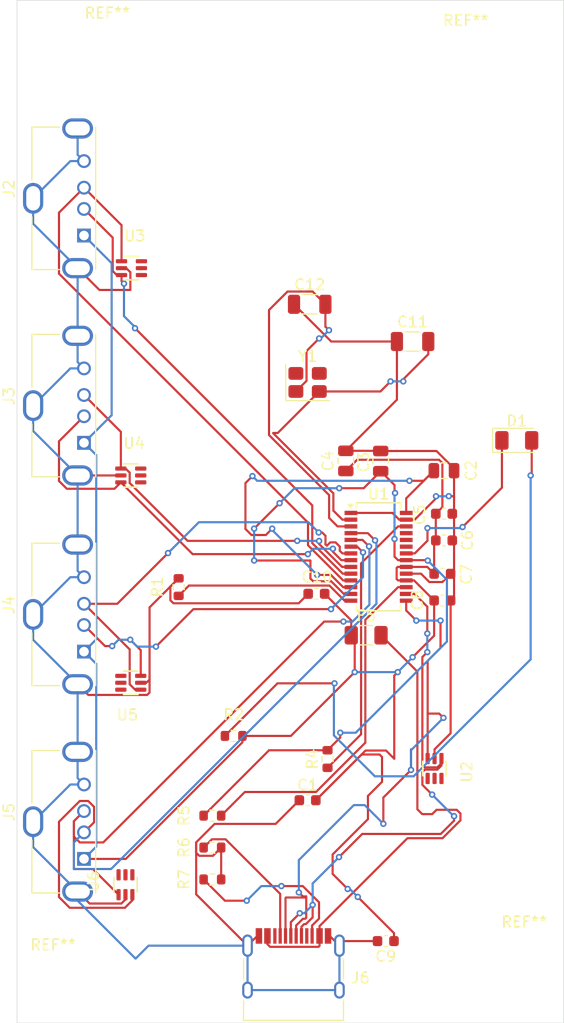
<source format=kicad_pcb>
(kicad_pcb (version 20241229) (generator "pcbnew") (generator_version "9.0")
  (layers (0 "F.Cu" signal) (2 "B.Cu" signal) (13 "F.Paste" user) (15 "B.Paste" user) (5 "F.SilkS" user "F.Silkscreen") (7 "B.SilkS" user "B.Silkscreen") (1 "F.Mask" user) (3 "B.Mask" user) (25 "Edge.Cuts" user))
  (net 0 "")
  (net 1 "GND")
  (net 2 "VBUS")
  (net 3 "Net-(U1-VD18)")
  (net 4 "+3.3V")
  (net 5 "Net-(U1-XOUT)")
  (net 6 "Net-(U1-XIN)")
  (net 7 "Net-(D1-K)")
  (net 8 "Net-(D1-A)")
  (net 9 "Net-(F5-Pad2)")
  (net 10 "USB2_DP")
  (net 11 "USB2_DM")
  (net 12 "USB3_DP")
  (net 13 "USB3_DM")
  (net 14 "USB4_DP")
  (net 15 "USB4_DM")
  (net 16 "USB5_DM")
  (net 17 "USB5_DP")
  (net 18 "USB_UP_DM")
  (net 20 "USB_UP_DP")
  (net 22 "Net-(J6-CC1)")
  (net 23 "Net-(J6-CC2)")
  (net 24 "Net-(U1-REXT)")
  (net 25 "Net-(U1-OVCJ)")
  (net 26 "Net-(U1-~{XRSTJ})")
  (footprint "Resistor_SMD:R_0603_1608Metric" (layer "F.Cu") (at 140.175 101)
    (property "Reference" "R2")
    (property "Value" "330Ω")
  )
  (footprint "MountingHole:MountingHole_3mm" (layer "F.Cu") (at 167.8 35.2)
    (property "Reference" "REF**")
    (property "Value" "MountingHole_3mm")
  )
  (footprint "Capacitor_SMD:C_0603_1608Metric" (layer "F.Cu") (at 159.95634 82.61148)
    (property "Reference" "C6")
    (property "Value" "0.1uF")
  )
  (footprint "diode_maybe:SOT65P210X110-6N" (layer "F.Cu") (at 159.065 104.065 -90)
    (property "Reference" "U2")
    (property "Value" "SMF05CT1G")
  )
  (footprint "Connector_USB:USB_A_Molex_105057_Vertical" (layer "F.Cu") (at 126.1 53.93 90)
    (property "Reference" "J2")
    (property "Value" "USB_A")
  )
  (footprint "Connector_USB:USB_A_Molex_105057_Vertical" (layer "F.Cu") (at 126.1 112.57 90)
    (property "Reference" "J5")
    (property "Value" "USB_A")
  )
  (footprint "Resistor_SMD:R_0603_1608Metric" (layer "F.Cu") (at 138.175 108.5)
    (property "Reference" "R5")
    (property "Value" "10kΩ")
  )
  (footprint "Capacitor_SMD:C_0603_1608Metric" (layer "F.Cu") (at 154.475 120.3 180)
    (property "Reference" "C9")
    (property "Value" "10uF")
  )
  (footprint "Capacitor_SMD:C_0603_1608Metric" (layer "F.Cu") (at 159.8 85.75)
    (property "Reference" "C7")
    (property "Value" "0.1uF")
  )
  (footprint "Capacitor_SMD:C_0603_1608Metric" (layer "F.Cu") (at 147.125 107.05)
    (property "Reference" "C1")
    (property "Value" "0.1uF")
  )
  (footprint "MountingHole:MountingHole_3mm" (layer "F.Cu") (at 167.8 124.6)
    (property "Reference" "REF**")
    (property "Value" "MountingHole_3mm")
  )
  (footprint "Package_SO:SSOP-28_3.9x9.9mm_P0.635mm" (layer "F.Cu") (at 153.8 84.15)
    (property "Reference" "U1")
    (property "Value" "FE1.1s")
  )
  (footprint "MountingHole:MountingHole_3mm" (layer "F.Cu") (at 123.2 124.6)
    (property "Reference" "REF**")
    (property "Value" "MountingHole_3mm")
  )
  (footprint "LED_SMD:LED_1206_3216Metric" (layer "F.Cu") (at 166.8 73.2)
    (property "Reference" "D1")
    (property "Value" "LED")
  )
  (footprint "Crystal:Crystal_SMD_3225-4Pin_3.2x2.5mm" (layer "F.Cu") (at 147.125 67.75)
    (property "Reference" "Y1")
    (property "Value" "12Mhz")
  )
  (footprint "diode_maybe:SOT65P210X110-6N" (layer "F.Cu") (at 130 115 90)
    (property "Reference" "U6")
    (property "Value" "SMF05CT1G")
  )
  (footprint "Capacitor_SMD:C_1206_3216Metric" (layer "F.Cu") (at 157 63.9)
    (property "Reference" "C11")
    (property "Value" "22pF")
  )
  (footprint "Capacitor_SMD:C_0805_2012Metric" (layer "F.Cu") (at 159.95 76.05)
    (property "Reference" "C2")
    (property "Value" "4.7uf")
  )
  (footprint "Resistor_SMD:R_0603_1608Metric" (layer "F.Cu") (at 149 103.175 90)
    (property "Reference" "R4")
    (property "Value" "10kΩ")
  )
  (footprint "Connector_USB:USB_C_Receptacle_HRO_TYPE-C-31-M-12" (layer "F.Cu") (at 145.8 123.86)
    (property "Reference" "J6")
    (property "Value" "USB_C_Receptacle_USB2.0_16P")
  )
  (footprint "diode_maybe:SOT65P210X110-6N" (layer "F.Cu") (at 130.565 57)
    (property "Reference" "U3")
    (property "Value" "SMF05CT1G")
  )
  (footprint "Capacitor_SMD:C_0805_2012Metric" (layer "F.Cu") (at 154 75.15 -90)
    (property "Reference" "C3")
    (property "Value" "10uf")
  )
  (footprint "Capacitor_SMD:C_0603_1608Metric" (layer "F.Cu") (at 159.8 88.26 180)
    (property "Reference" "C8")
    (property "Value" "0.1uF")
  )
  (footprint "Resistor_SMD:R_0603_1608Metric" (layer "F.Cu") (at 135 87 90)
    (property "Reference" "R1")
    (property "Value" "2.7kΩ")
  )
  (footprint "Capacitor_SMD:C_0603_1608Metric" (layer "F.Cu") (at 147.95634 87.63148 180)
    (property "Reference" "C10")
    (property "Value" "0.1 µF")
  )
  (footprint "Resistor_SMD:R_0603_1608Metric" (layer "F.Cu") (at 138.175 114.5)
    (property "Reference" "R7")
    (property "Value" "5.1k")
  )
  (footprint "Connector_USB:USB_A_Molex_105057_Vertical" (layer "F.Cu") (at 126.1 93.07 90)
    (property "Reference" "J4")
    (property "Value" "USB_A")
  )
  (footprint "Connector_USB:USB_A_Molex_105057_Vertical" (layer "F.Cu") (at 126.1 73.43 90)
    (property "Reference" "J3")
    (property "Value" "USB_A")
  )
  (footprint "diode_maybe:SOT65P210X110-6N" (layer "F.Cu") (at 130.5 76.5)
    (property "Reference" "U4")
    (property "Value" "SMF05CT1G")
  )
  (footprint "Capacitor_SMD:C_1206_3216Metric" (layer "F.Cu") (at 147.325 60.4)
    (property "Reference" "C12")
    (property "Value" "22pF")
  )
  (footprint "diode_maybe:SOT65P210X110-6N" (layer "F.Cu") (at 130.5 96 180)
    (property "Reference" "U5")
    (property "Value" "SMF05CT1G")
  )
  (footprint "Capacitor_SMD:C_0603_1608Metric" (layer "F.Cu") (at 159.95634 80.10148 180)
    (property "Reference" "C5")
    (property "Value" "0.1uF")
  )
  (footprint "Fuse:Fuse_1206_3216Metric" (layer "F.Cu") (at 152.63 91.53)
    (property "Reference" "F5")
    (property "Value" "Polyfuse")
  )
  (footprint "MountingHole:MountingHole_3mm" (layer "F.Cu") (at 123.2 35.2)
    (property "Reference" "REF**")
    (property "Value" "MountingHole_3mm")
  )
  (footprint "Resistor_SMD:R_0603_1608Metric" (layer "F.Cu") (at 138.175 111.5)
    (property "Reference" "R6")
    (property "Value" "5.1k")
  )
  (footprint "Capacitor_SMD:C_0805_2012Metric" (layer "F.Cu") (at 150.72134 75.13148 90)
    (property "Reference" "C4")
    (property "Value" "10uF")
  )
  (gr_rect (start 119.8 31.8) (end 171.2 128) (stroke (width 0.05)) (fill no) (layer "Edge.Cuts"))
  (segment (start 155.7425 80.6575) (end 155.1075 80.0225) (width 0.2) (layer "F.Cu") (net 1))
  (segment (start 156.4 85.7375) (end 157.78739 85.7375) (width 0.2) (layer "F.Cu") (net 1))
  (segment (start 132.266 95.4) (end 132.266 95.698999) (width 0.2) (layer "F.Cu") (net 1))
  (segment (start 149.35 63.9) (end 155.525 63.9) (width 0.2) (layer "F.Cu") (net 1))
  (segment (start 150.72134 74.18148) (end 153.98148 74.18148) (width 0.2) (layer "F.Cu") (net 1))
  (segment (start 136.649 111.988064) (end 136.649 111.011936) (width 0.2) (layer "F.Cu") (net 1))
  (segment (start 136.649 111.011936) (end 136.649 115.899) (width 0.2) (layer "F.Cu") (net 1))
  (segment (start 156.4 80.6575) (end 155.7425 80.6575) (width 0.2) (layer "F.Cu") (net 1))
  (segment (start 142.395 119.815) (end 141.48 120.73) (width 0.2) (layer "F.Cu") (net 1))
  (segment (start 132.266 95.698999) (end 131.964999 96) (width 0.2) (layer "F.Cu") (net 1))
  (segment (start 139 111.5) (end 138.224 112.276) (width 0.2) (layer "F.Cu") (net 1))
  (segment (start 134.224 86.951) (end 135 86.175) (width 0.2) (layer "F.Cu") (net 1))
  (segment (start 135 86.175) (end 132.266 88.909) (width 0.2) (layer "F.Cu") (net 1))
  (segment (start 132.035266 97.146) (end 126.506 97.146) (width 0.2) (layer "F.Cu") (net 1))
  (segment (start 160.8 78.45) (end 160.9 78.55) (width 0.2) (layer "F.Cu") (net 1))
  (segment (start 136.649 115.899) (end 141.48 120.73) (width 0.2) (layer "F.Cu") (net 1))
  (segment (start 145.85 60.4) (end 149.35 63.9) (width 0.2) (layer "F.Cu") (net 1))
  (segment (start 142.55 119.815) (end 142.395 119.815) (width 0.2) (layer "F.Cu") (net 1))
  (segment (start 159.201 78.6565) (end 159.201 78.4575) (width 0.2) (layer "F.Cu") (net 1))
  (segment (start 150.72134 74.18148) (end 155.525 69.37782) (width 0.2) (layer "F.Cu") (net 1))
  (segment (start 138.224 112.276) (end 136.936936 112.276) (width 0.2) (layer "F.Cu") (net 1))
  (segment (start 134.511936 88.526) (end 134.224 88.238064) (width 0.2) (layer "F.Cu") (net 1))
  (segment (start 129.565 76.5) (end 125.5 76.5) (width 0.2) (layer "F.Cu") (net 1))
  (segment (start 153.7 120.3) (end 150.55 120.3) (width 0.2) (layer "F.Cu") (net 1))
  (segment (start 130 116.381266) (end 130 115.935) (width 0.2) (layer "F.Cu") (net 1))
  (segment (start 150.55 120.3) (end 150.12 120.73) (width 0.2) (layer "F.Cu") (net 1))
  (segment (start 149.205 119.815) (end 150.12 120.73) (width 0.2) (layer "F.Cu") (net 1))
  (segment (start 156.4 80.6575) (end 157.2 80.6575) (width 0.2) (layer "F.Cu") (net 1))
  (segment (start 132.266 96.915266) (end 132.035266 97.146) (width 0.2) (layer "F.Cu") (net 1))
  (segment (start 129.615266 116.766) (end 130 116.381266) (width 0.2) (layer "F.Cu") (net 1))
  (segment (start 157.2 80.6575) (end 159.201 78.6565) (width 0.2) (layer "F.Cu") (net 1))
  (segment (start 154 74.2) (end 159.25 74.2) (width 0.2) (layer "F.Cu") (net 1))
  (segment (start 127.55 59.05) (end 125.5 57) (width 0.2) (layer "F.Cu") (net 1))
  (segment (start 159.065 103.13) (end 159.065 102.26) (width 0.2) (layer "F.Cu") (net 1))
  (segment (start 159.25 74.2) (end 160.9 75.85) (width 0.2) (layer "F.Cu") (net 1))
  (segment (start 146.28682 88.526) (end 134.511936 88.526) (width 0.2) (layer "F.Cu") (net 1))
  (segment (start 160.401 78.45) (end 160.8 78.45) (width 0.2) (layer "F.Cu") (net 1))
  (segment (start 155.525 69.37782) (end 155.525 63.9) (width 0.2) (layer "F.Cu") (net 1))
  (segment (start 125.5 115.64) (end 126.626 116.766) (width 0.2) (layer "F.Cu") (net 1))
  (segment (start 129.63 57) (end 130.076266 57) (width 0.2) (layer "F.Cu") (net 1))
  (segment (start 160.9 78.55) (end 160.9 87.935) (width 0.2) (layer "F.Cu") (net 1))
  (segment (start 126.626 116.766) (end 129.615266 116.766) (width 0.2) (layer "F.Cu") (net 1))
  (segment (start 158.57589 86.526) (end 159.799 86.526) (width 0.2) (layer "F.Cu") (net 1))
  (segment (start 153.98148 74.18148) (end 154 74.2) (width 0.2) (layer "F.Cu") (net 1))
  (segment (start 132.266 95.4) (end 132.266 96.915266) (width 0.2) (layer "F.Cu") (net 1))
  (segment (start 130.461 57.384734) (end 130.461 59.039) (width 0.2) (layer "F.Cu") (net 1))
  (segment (start 160.575 100.75) (end 160.575 88.26) (width 0.2) (layer "F.Cu") (net 1))
  (segment (start 155.1075 80.0225) (end 151.2 80.0225) (width 0.2) (layer "F.Cu") (net 1))
  (segment (start 131.964999 96) (end 131.435 96) (width 0.2) (layer "F.Cu") (net 1))
  (segment (start 138.384936 109.276) (end 144.124 109.276) (width 0.2) (layer "F.Cu") (net 1))
  (segment (start 139 111.5) (end 139 114.5) (width 0.2) (layer "F.Cu") (net 1))
  (segment (start 130.461 59.039) (end 130.45 59.05) (width 0.2) (layer "F.Cu") (net 1))
  (segment (start 160.9 87.935) (end 160.575 88.26) (width 0.2) (layer "F.Cu") (net 1))
  (segment (start 160.9 76.05) (end 160.9 78.55) (width 0.2) (layer "F.Cu") (net 1))
  (segment (start 130.45 59.05) (end 127.55 59.05) (width 0.2) (layer "F.Cu") (net 1))
  (segment (start 130.076266 57) (end 130.461 57.384734) (width 0.2) (layer "F.Cu") (net 1))
  (segment (start 160.9 75.85) (end 160.9 76.05) (width 0.2) (layer "F.Cu") (net 1))
  (segment (start 149.05 119.815) (end 149.205 119.815) (width 0.2) (layer "F.Cu") (net 1))
  (segment (start 159.065 102.26) (end 160.575 100.75) (width 0.2) (layer "F.Cu") (net 1))
  (segment (start 126.506 97.146) (end 125.5 96.14) (width 0.2) (layer "F.Cu") (net 1))
  (segment (start 157.78739 85.7375) (end 158.57589 86.526) (width 0.2) (layer "F.Cu") (net 1))
  (segment (start 144.124 109.276) (end 146.35 107.05) (width 0.2) (layer "F.Cu") (net 1))
  (segment (start 136.649 111.011936) (end 138.384936 109.276) (width 0.2) (layer "F.Cu") (net 1))
  (segment (start 159.799 86.526) (end 160.575 85.75) (width 0.2) (layer "F.Cu") (net 1))
  (segment (start 136.936936 112.276) (end 136.649 111.988064) (width 0.2) (layer "F.Cu") (net 1))
  (segment (start 134.224 88.238064) (end 134.224 86.951) (width 0.2) (layer "F.Cu") (net 1))
  (segment (start 132.266 88.909) (end 132.266 95.4) (width 0.2) (layer "F.Cu") (net 1))
  (segment (start 147.18134 87.63148) (end 146.28682 88.526) (width 0.2) (layer "F.Cu") (net 1))
  (via (at 160.401 78.45) (size 0.6) (drill 0.3) (layers "F.Cu" "B.Cu") (net 1))
  (via (at 159.201 78.4575) (size 0.6) (drill 0.3) (layers "F.Cu" "B.Cu") (net 1))
  (segment (start 159.201 78.4575) (end 160.3935 78.4575) (width 0.2) (layer "B.Cu") (net 1))
  (segment (start 121.32 89.57) (end 121.32 91.96) (width 0.2) (layer "B.Cu") (net 1))
  (segment (start 121.32 52.82) (end 125.5 57) (width 0.2) (layer "B.Cu") (net 1))
  (segment (start 125.5 57) (end 125.5 63.36) (width 0.2) (layer "B.Cu") (net 1))
  (segment (start 141.48 120.73) (end 141.48 124.91) (width 0.2) (layer "B.Cu") (net 1))
  (segment (start 125.5 43.86) (end 125.5 46.33) (width 0.2) (layer "B.Cu") (net 1))
  (segment (start 125.5 83) (end 125.5 85.47) (width 0.2) (layer "B.Cu") (net 1))
  (segment (start 121.32 111.46) (end 125.5 115.64) (width 0.2) (layer "B.Cu") (net 1))
  (segment (start 121.32 109.07) (end 121.32 111.46) (width 0.2) (layer "B.Cu") (net 1))
  (segment (start 125.5 46.33) (end 126.1 46.93) (width 0.2) (layer "B.Cu") (net 1))
  (segment (start 124.82 105.57) (end 121.32 109.07) (width 0.2) (layer "B.Cu") (net 1))
  (segment (start 125.5 76.5) (end 125.5 83) (width 0.2) (layer "B.Cu") (net 1))
  (segment (start 126.1 66.43) (end 124.82 66.43) (width 0.2) (layer "B.Cu") (net 1))
  (segment (start 121.32 72.32) (end 125.5 76.5) (width 0.2) (layer "B.Cu") (net 1))
  (segment (start 125.5 96.14) (end 125.5 102.5) (width 0.2) (layer "B.Cu") (net 1))
  (segment (start 125.5 65.83) (end 126.1 66.43) (width 0.2) (layer "B.Cu") (net 1))
  (segment (start 124.82 86.07) (end 121.32 89.57) (width 0.2) (layer "B.Cu") (net 1))
  (segment (start 150.12 124.91) (end 150.12 120.73) (width 0.2) (layer "B.Cu") (net 1))
  (segment (start 130.95 121.95) (end 132.17 120.73) (width 0.2) (layer "B.Cu") (net 1))
  (segment (start 126.1 105.57) (end 124.82 105.57) (width 0.2) (layer "B.Cu") (net 1))
  (segment (start 125.5 116.5) (end 130.95 121.95) (width 0.2) (layer "B.Cu") (net 1))
  (segment (start 124.82 66.43) (end 121.32 69.93) (width 0.2) (layer "B.Cu") (net 1))
  (segment (start 126.1 46.93) (end 124.82 46.93) (width 0.2) (layer "B.Cu") (net 1))
  (segment (start 124.82 46.93) (end 121.32 50.43) (width 0.2) (layer "B.Cu") (net 1))
  (segment (start 121.32 50.43) (end 121.32 52.82) (width 0.2) (layer "B.Cu") (net 1))
  (segment (start 121.32 91.96) (end 125.5 96.14) (width 0.2) (layer "B.Cu") (net 1))
  (segment (start 141.48 124.91) (end 150.12 124.91) (width 0.2) (layer "B.Cu") (net 1))
  (segment (start 132.17 120.73) (end 141.48 120.73) (width 0.2) (layer "B.Cu") (net 1))
  (segment (start 125.5 85.47) (end 126.1 86.07) (width 0.2) (layer "B.Cu") (net 1))
  (segment (start 125.5 104.97) (end 126.1 105.57) (width 0.2) (layer "B.Cu") (net 1))
  (segment (start 121.32 69.93) (end 121.32 72.32) (width 0.2) (layer "B.Cu") (net 1))
  (segment (start 125.5 63.36) (end 125.5 65.83) (width 0.2) (layer "B.Cu") (net 1))
  (segment (start 125.5 102.5) (end 125.5 104.97) (width 0.2) (layer "B.Cu") (net 1))
  (segment (start 125.5 115.64) (end 125.5 116.5) (width 0.2) (layer "B.Cu") (net 1))
  (segment (start 160.3935 78.4575) (end 160.401 78.45) (width 0.2) (layer "B.Cu") (net 1))
  (segment (start 126.1 86.07) (end 124.82 86.07) (width 0.2) (layer "B.Cu") (net 1))
  (segment (start 159.025 85.75) (end 159.025 82.76782) (width 0.2) (layer "F.Cu") (net 2))
  (segment (start 155.633 86.3725) (end 155.499 86.2385) (width 0.2) (layer "F.Cu") (net 2))
  (segment (start 141 101.6) (end 141 101) (width 0.2) (layer "F.Cu") (net 2))
  (segment (start 152.576 102.374) (end 147.9 107.05) (width 0.2) (layer "F.Cu") (net 2))
  (segment (start 151.556 95) (end 145.556 101) (width 0.2) (layer "F.Cu") (net 2))
  (segment (start 155.499 85.2035) (end 155.6 85.1025) (width 0.2) (layer "F.Cu") (net 2))
  (segment (start 157 93.6) (end 159.025 91.575) (width 0.2) (layer "F.Cu") (net 2))
  (segment (start 156.4 85.1025) (end 158.3775 85.1025) (width 0.2) (layer "F.Cu") (net 2))
  (segment (start 158.3775 85.1025) (end 159.025 85.75) (width 0.2) (layer "F.Cu") (net 2))
  (segment (start 151.556 91.856) (end 151.556 95) (width 0.2) (layer "F.Cu") (net 2))
  (segment (start 154.126 105.3191) (end 152.8 106.6451) (width 0.2) (layer "F.Cu") (net 2))
  (segment (start 159.18134 82.61148) (end 159.18134 80.10148) (width 0.2) (layer "F.Cu") (net 2))
  (segment (start 152.8 108.830057) (end 149.479 112.151057) (width 0.2) (layer "F.Cu") (net 2))
  (segment (start 155.25 119.55) (end 155.25 120.3) (width 0.2) (layer "F.Cu") (net 2))
  (segment (start 157.1375 86.3725) (end 156.4 86.3725) (width 0.2) (layer "F.Cu") (net 2))
  (segment (start 152.8 106.6451) (end 152.8 108.830057) (width 0.2) (layer "F.Cu") (net 2))
  (segment (start 154.499 102.374) (end 152.576 102.374) (width 0.2) (layer "F.Cu") (net 2))
  (segment (start 159.025 91.575) (end 159.025 88.26) (width 0.2) (layer "F.Cu") (net 2))
  (segment (start 155.275 103.15) (end 154.499 102.374) (width 0.2) (layer "F.Cu") (net 2))
  (segment (start 159.801 79.48182) (end 159.801 75.33984) (width 0.2) (layer "F.Cu") (net 2))
  (segment (start 159.025 82.76782) (end 159.18134 82.61148) (width 0.2) (layer "F.Cu") (net 2))
  (segment (start 159.48516 75.024) (end 151.77882 75.024) (width 0.2) (layer "F.Cu") (net 2))
  (segment (start 156.4 86.3725) (end 155.633 86.3725) (width 0.2) (layer "F.Cu") (net 2))
  (segment (start 151.23 91.53) (end 151.23 90.13014) (width 0.2) (layer "F.Cu") (net 2))
  (segment (start 154.126 102.9839) (end 154.126 105.3191) (width 0.2) (layer "F.Cu") (net 2))
  (segment (start 159.025 88.26) (end 157.1375 86.3725) (width 0.2) (layer "F.Cu") (net 2))
  (segment (start 151.23 91.53) (end 151.556 91.856) (width 0.2) (layer "F.Cu") (net 2))
  (segment (start 147.9 107.05) (end 152.201 102.749) (width 0.2) (layer "F.Cu") (net 2))
  (segment (start 155.6 85.1025) (end 156.4 85.1025) (width 0.2) (layer "F.Cu") (net 2))
  (segment (start 159.801 75.33984) (end 159.48516 75.024) (width 0.2) (layer "F.Cu") (net 2))
  (segment (start 130.03 112.57) (end 141 101.6) (width 0.2) (layer "F.Cu") (net 2))
  (segment (start 151.23 90.13014) (end 148.73134 87.63148) (width 0.2) (layer "F.Cu") (net 2))
  (segment (start 159.18134 80.10148) (end 159.801 79.48182) (width 0.2) (layer "F.Cu") (net 2))
  (segment (start 153.8911 102.749) (end 154.126 102.9839) (width 0.2) (layer "F.Cu") (net 2))
  (segment (start 149.479 112.151057) (end 149.479 113.979) (width 0.2) (layer "F.Cu") (net 2))
  (segment (start 155.499 86.2385) (end 155.499 85.2035) (width 0.2) (layer "F.Cu") (net 2))
  (segment (start 145.556 101) (end 141 101) (width 0.2) (layer "F.Cu") (net 2))
  (segment (start 151.77882 75.024) (end 150.72134 76.08148) (width 0.2) (layer "F.Cu") (net 2))
  (segment (start 155.275 95.325) (end 155.275 103.15) (width 0.2) (layer "F.Cu") (net 2))
  (segment (start 126.1 112.57) (end 130.03 112.57) (width 0.2) (layer "F.Cu") (net 2))
  (segment (start 155.6 95) (end 155.275 95.325) (width 0.2) (layer "F.Cu") (net 2))
  (segment (start 152.201 102.749) (end 153.8911 102.749) (width 0.2) (layer "F.Cu") (net 2))
  (segment (start 151.844265 116.144265) (end 155.25 119.55) (width 0.2) (layer "F.Cu") (net 2))
  (segment (start 149.479 113.979) (end 150.895735 115.395735) (width 0.2) (layer "F.Cu") (net 2))
  (via (at 151.844265 116.144265) (size 0.6) (drill 0.3) (layers "F.Cu" "B.Cu") (net 2))
  (via (at 155.6 95) (size 0.6) (drill 0.3) (layers "F.Cu" "B.Cu") (net 2))
  (via (at 150.895735 115.395735) (size 0.6) (drill 0.3) (layers "F.Cu" "B.Cu") (net 2))
  (via (at 151.556 95) (size 0.6) (drill 0.3) (layers "F.Cu" "B.Cu") (net 2))
  (via (at 157 93.6) (size 0.6) (drill 0.3) (layers "F.Cu" "B.Cu") (net 2))
  (segment (start 127.251 74.581) (end 126.1 73.43) (width 0.2) (layer "B.Cu") (net 2))
  (segment (start 126.1 112.57) (end 127.251 111.419) (width 0.2) (layer "B.Cu") (net 2))
  (segment (start 155.6 95) (end 157 93.6) (width 0.2) (layer "B.Cu") (net 2))
  (segment (start 127.251 91.919) (end 127.251 74.581) (width 0.2) (layer "B.Cu") (net 2))
  (segment (start 151.556 95) (end 155.6 95) (width 0.2) (layer "B.Cu") (net 2))
  (segment (start 127.251 111.419) (end 127.251 94.221) (width 0.2) (layer "B.Cu") (net 2))
  (segment (start 126.1 73.43) (end 128.7 70.83) (width 0.2) (layer "B.Cu") (net 2))
  (segment (start 127.251 94.221) (end 126.1 93.07) (width 0.2) (layer "B.Cu") (net 2))
  (segment (start 150.895735 115.395735) (end 151.095735 115.395735) (width 0.2) (layer "B.Cu") (net 2))
  (segment (start 151.095735 115.395735) (end 151.844265 116.144265) (width 0.2) (layer "B.Cu") (net 2))
  (segment (start 128.7 56.53) (end 126.1 53.93) (width 0.2) (layer "B.Cu") (net 2))
  (segment (start 128.7 70.83) (end 128.7 56.53) (width 0.2) (layer "B.Cu") (net 2))
  (segment (start 126.1 93.07) (end 127.251 91.919) (width 0.2) (layer "B.Cu") (net 2))
  (segment (start 150.46667 87.0075) (end 149.31365 85.85448) (width 0.2) (layer "F.Cu") (net 3))
  (segment (start 151.2 87.0075) (end 150.46667 87.0075) (width 0.2) (layer "F.Cu") (net 3))
  (segment (start 141.281859 77.218141) (end 141.941145 76.558855) (width 0.2) (layer "F.Cu") (net 3))
  (segment (start 158.05 77) (end 159 76.05) (width 0.2) (layer "F.Cu") (net 3))
  (segment (start 156.4 80.0225) (end 156.4 78.65) (width 0.2) (layer "F.Cu") (net 3))
  (segment (start 141.851057 82.101) (end 141.281859 81.531802) (width 0.2) (layer "F.Cu") (net 3))
  (segment (start 149.31365 85.85448) (end 148.020432 85.85448) (width 0.2) (layer "F.Cu") (net 3))
  (segment (start 156.7 77) (end 158.05 77) (width 0.2) (layer "F.Cu") (net 3))
  (segment (start 143.199 82.101) (end 141.851057 82.101) (width 0.2) (layer "F.Cu") (net 3))
  (segment (start 141.281859 81.531802) (end 141.281859 77.218141) (width 0.2) (layer "F.Cu") (net 3))
  (segment (start 143.8 81.5) (end 143.199 82.101) (width 0.2) (layer "F.Cu") (net 3))
  (segment (start 156.4 78.65) (end 159 76.05) (width 0.2) (layer "F.Cu") (net 3))
  (via (at 156.7 77) (size 0.6) (drill 0.3) (layers "F.Cu" "B.Cu") (net 3))
  (via (at 143.8 81.5) (size 0.6) (drill 0.3) (layers "F.Cu" "B.Cu") (net 3))
  (via (at 148.020432 85.85448) (size 0.6) (drill 0.3) (layers "F.Cu" "B.Cu") (net 3))
  (via (at 141.941145 76.558855) (size 0.6) (drill 0.3) (layers "F.Cu" "B.Cu") (net 3))
  (segment (start 142.38229 77) (end 156.7 77) (width 0.2) (layer "B.Cu") (net 3))
  (segment (start 141.941145 76.558855) (end 142.38229 77) (width 0.2) (layer "B.Cu") (net 3))
  (segment (start 143.8 81.634048) (end 143.8 81.5) (width 0.2) (layer "B.Cu") (net 3))
  (segment (start 148.020432 85.85448) (end 143.8 81.634048) (width 0.2) (layer "B.Cu") (net 3))
  (segment (start 147.392335 84.500265) (end 147.392335 86.192335) (width 0.2) (layer "F.Cu") (net 4))
  (segment (start 149.34655 86.45448) (end 150.53457 87.6425) (width 0.2) (layer "F.Cu") (net 4))
  (segment (start 155.3 78.1) (end 155.3 77.4) (width 0.2) (layer "F.Cu") (net 4))
  (segment (start 156.4 84.4675) (end 155.633 84.4675) (width 0.2) (layer "F.Cu") (net 4))
  (segment (start 137.35 108.5) (end 143.5 102.35) (width 0.2) (layer "F.Cu") (net 4))
  (segment (start 156.4 84.4675) (end 158.388118 84.4675) (width 0.2) (layer "F.Cu") (net 4))
  (segment (start 147.392335 86.192335) (end 147.65448 86.45448) (width 0.2) (layer "F.Cu") (net 4))
  (segment (start 143.5 102.35) (end 149 102.35) (width 0.2) (layer "F.Cu") (net 4))
  (segment (start 155.3 77.4) (end 154 76.1) (width 0.2) (layer "F.Cu") (net 4))
  (segment (start 155.35 78.15) (end 155.3 78.1) (width 0.2) (layer "F.Cu") (net 4))
  (segment (start 150.1 77.7) (end 152.4 77.7) (width 0.2) (layer "F.Cu") (net 4))
  (segment (start 142.1 84.500265) (end 147.392335 84.500265) (width 0.2) (layer "F.Cu") (net 4))
  (segment (start 155.300001 84.134501) (end 155.300001 82.474028) (width 0.2) (layer "F.Cu") (net 4))
  (segment (start 150.53457 87.6425) (end 151.2 87.6425) (width 0.2) (layer "F.Cu") (net 4))
  (segment (start 142.1 81.5) (end 144.581859 79.018141) (width 0.2) (layer "F.Cu") (net 4))
  (segment (start 144.581859 79.018141) (end 144.491144 79.108856) (width 0.2) (layer "F.Cu") (net 4))
  (segment (start 150.2 101.15) (end 149 102.35) (width 0.2) (layer "F.Cu") (net 4))
  (segment (start 152.4 77.7) (end 154 76.1) (width 0.2) (layer "F.Cu") (net 4))
  (segment (start 155.633 84.4675) (end 155.300001 84.134501) (width 0.2) (layer "F.Cu") (net 4))
  (segment (start 158.388118 84.4675) (end 158.425001 84.504383) (width 0.2) (layer "F.Cu") (net 4))
  (segment (start 150.2 100.7) (end 150.2 101.15) (width 0.2) (layer "F.Cu") (net 4))
  (segment (start 147.65448 86.45448) (end 149.34655 86.45448) (width 0.2) (layer "F.Cu") (net 4))
  (via (at 158.425001 84.504383) (size 0.6) (drill 0.3) (layers "F.Cu" "B.Cu") (net 4))
  (via (at 150.2 100.7) (size 0.6) (drill 0.3) (layers "F.Cu" "B.Cu") (net 4))
  (via (at 142.1 81.5) (size 0.6) (drill 0.3) (layers "F.Cu" "B.Cu") (net 4))
  (via (at 150.1 77.7) (size 0.6) (drill 0.3) (layers "F.Cu" "B.Cu") (net 4))
  (via (at 142.1 84.500265) (size 0.6) (drill 0.3) (layers "F.Cu" "B.Cu") (net 4))
  (via (at 144.491144 79.108856) (size 0.6) (drill 0.3) (layers "F.Cu" "B.Cu") (net 4))
  (via (at 155.300001 82.474028) (size 0.6) (drill 0.3) (layers "F.Cu" "B.Cu") (net 4))
  (via (at 155.35 78.15) (size 0.6) (drill 0.3) (layers "F.Cu" "B.Cu") (net 4))
  (segment (start 155.300001 78.199999) (end 155.35 78.15) (width 0.2) (layer "B.Cu") (net 4))
  (segment (start 151.649943 100.7) (end 150.2 100.7) (width 0.2) (layer "B.Cu") (net 4))
  (segment (start 160.226 86.305382) (end 160.226 92.123943) (width 0.2) (layer "B.Cu") (net 4))
  (segment (start 158.425001 84.504383) (end 160.226 86.305382) (width 0.2) (layer "B.Cu") (net 4))
  (segment (start 160.226 92.123943) (end 151.649943 100.7) (width 0.2) (layer "B.Cu") (net 4))
  (segment (start 155.300001 82.474028) (end 155.300001 78.199999) (width 0.2) (layer "B.Cu") (net 4))
  (segment (start 144.491144 79.108856) (end 145.9 77.7) (width 0.2) (layer "B.Cu") (net 4))
  (segment (start 145.9 77.7) (end 150.1 77.7) (width 0.2) (layer "B.Cu") (net 4))
  (segment (start 142.1 84.500265) (end 142.1 81.5) (width 0.2) (layer "B.Cu") (net 4))
  (segment (start 148.225 68.6) (end 153.975 68.6) (width 0.2) (layer "F.Cu") (net 5))
  (segment (start 144.325 72.5) (end 148.225 68.6) (width 0.2) (layer "F.Cu") (net 5))
  (segment (start 143.901 72.5339) (end 143.901 72.5) (width 0.2) (layer "F.Cu") (net 5))
  (segment (start 158.475 65.1) (end 158.475 63.9) (width 0.2) (layer "F.Cu") (net 5))
  (segment (start 150.4 80.6575) (end 149.551 79.8085) (width 0.2) (layer "F.Cu") (net 5))
  (segment (start 156.125 67.65) (end 156.125 67.45) (width 0.2) (layer "F.Cu") (net 5))
  (segment (start 151.2 80.6575) (end 150.4 80.6575) (width 0.2) (layer "F.Cu") (net 5))
  (segment (start 149.551 78.1839) (end 143.901 72.5339) (width 0.2) (layer "F.Cu") (net 5))
  (segment (start 153.975 68.6) (end 154.925 67.65) (width 0.2) (layer "F.Cu") (net 5))
  (segment (start 149.551 79.8085) (end 149.551 78.1839) (width 0.2) (layer "F.Cu") (net 5))
  (segment (start 156.125 67.45) (end 158.475 65.1) (width 0.2) (layer "F.Cu") (net 5))
  (segment (start 143.901 72.5) (end 144.325 72.5) (width 0.2) (layer "F.Cu") (net 5))
  (via (at 156.125 67.65) (size 0.6) (drill 0.3) (layers "F.Cu" "B.Cu") (net 5))
  (via (at 154.925 67.65) (size 0.6) (drill 0.3) (layers "F.Cu" "B.Cu") (net 5))
  (segment (start 154.925 67.65) (end 156.125 67.65) (width 0.2) (layer "B.Cu") (net 5))
  (segment (start 147.026 67.599) (end 147.026 64.799) (width 0.2) (layer "F.Cu") (net 6))
  (segment (start 147.026 64.799) (end 148.213235 63.611765) (width 0.2) (layer "F.Cu") (net 6))
  (segment (start 145.2359 59.199) (end 147.599 59.199) (width 0.2) (layer "F.Cu") (net 6))
  (segment (start 146.025 68.6) (end 147.026 67.599) (width 0.2) (layer "F.Cu") (net 6))
  (segment (start 149.15 80.5) (end 149.9425 81.2925) (width 0.2) (layer "F.Cu") (net 6))
  (segment (start 143.5 72.7) (end 149.15 78.35) (width 0.2) (layer "F.Cu") (net 6))
  (segment (start 143.5 60.9349) (end 145.2359 59.199) (width 0.2) (layer "F.Cu") (net 6))
  (segment (start 148.8 62.50147) (end 148.8 60.4) (width 0.2) (layer "F.Cu") (net 6))
  (segment (start 149.9425 81.2925) (end 151.2 81.2925) (width 0.2) (layer "F.Cu") (net 6))
  (segment (start 149.136765 62.838235) (end 148.8 62.50147) (width 0.2) (layer "F.Cu") (net 6))
  (segment (start 149.15 78.35) (end 149.15 80.5) (width 0.2) (layer "F.Cu") (net 6))
  (segment (start 147.599 59.199) (end 148.8 60.4) (width 0.2) (layer "F.Cu") (net 6))
  (segment (start 143.5 72.7) (end 143.5 60.9349) (width 0.2) (layer "F.Cu") (net 6))
  (via (at 149.136765 62.838235) (size 0.6) (drill 0.3) (layers "F.Cu" "B.Cu") (net 6))
  (via (at 148.213235 63.611765) (size 0.6) (drill 0.3) (layers "F.Cu" "B.Cu") (net 6))
  (segment (start 148.363235 63.611765) (end 149.136765 62.838235) (width 0.2) (layer "B.Cu") (net 6))
  (segment (start 148.213235 63.611765) (end 148.363235 63.611765) (width 0.2) (layer "B.Cu") (net 6))
  (segment (start 161.7 81.35) (end 165.4 77.65) (width 0.2) (layer "F.Cu") (net 7))
  (segment (start 165.4 77.65) (end 165.4 73.2) (width 0.2) (layer "F.Cu") (net 7))
  (segment (start 156.4 83.8325) (end 157.2 83.8325) (width 0.2) (layer "F.Cu") (net 7))
  (segment (start 157.2 83.8325) (end 158.4 82.6325) (width 0.2) (layer "F.Cu") (net 7))
  (segment (start 158.4 82.6325) (end 158.4 81.45) (width 0.2) (layer "F.Cu") (net 7))
  (via (at 161.7 81.35) (size 0.6) (drill 0.3) (layers "F.Cu" "B.Cu") (net 7))
  (via (at 158.4 81.45) (size 0.6) (drill 0.3) (layers "F.Cu" "B.Cu") (net 7))
  (segment (start 161.6 81.45) (end 161.7 81.35) (width 0.2) (layer "B.Cu") (net 7))
  (segment (start 158.4 81.45) (end 161.6 81.45) (width 0.2) (layer "B.Cu") (net 7))
  (segment (start 168.1 76.5) (end 168.2 76.4) (width 0.2) (layer "F.Cu") (net 8))
  (segment (start 139.35 101) (end 144.296265 96.053735) (width 0.2) (layer "F.Cu") (net 8))
  (segment (start 168.2 76.4) (end 168.2 73.2) (width 0.2) (layer "F.Cu") (net 8))
  (segment (start 144.296265 96.053735) (end 149.653735 96.053735) (width 0.2) (layer "F.Cu") (net 8))
  (via (at 149.653735 96.053735) (size 0.6) (drill 0.3) (layers "F.Cu" "B.Cu") (net 8))
  (via (at 168.1 76.5) (size 0.6) (drill 0.3) (layers "F.Cu" "B.Cu") (net 8))
  (segment (start 168.1 93.799943) (end 168.1 76.5) (width 0.2) (layer "B.Cu") (net 8))
  (segment (start 157.098943 104.801) (end 168.1 93.799943) (width 0.2) (layer "B.Cu") (net 8))
  (segment (start 149.599 100.948943) (end 153.451057 104.801) (width 0.2) (layer "B.Cu") (net 8))
  (segment (start 153.451057 104.801) (end 157.098943 104.801) (width 0.2) (layer "B.Cu") (net 8))
  (segment (start 149.599 96.10847) (end 149.599 100.948943) (width 0.2) (layer "B.Cu") (net 8))
  (segment (start 149.653735 96.053735) (end 149.599 96.10847) (width 0.2) (layer "B.Cu") (net 8))
  (segment (start 161.501 108.938885) (end 161.501 108.301057) (width 0.2) (layer "F.Cu") (net 9))
  (segment (start 159.248886 107.949) (end 158.841886 108.356) (width 0.2) (layer "F.Cu") (net 9))
  (segment (start 156.518 110.622) (end 159.817885 110.622) (width 0.2) (layer "F.Cu") (net 9))
  (segment (start 158.841886 108.356) (end 157.906 108.356) (width 0.2) (layer "F.Cu") (net 9))
  (segment (start 148.25 118.89) (end 156.518 110.622) (width 0.2) (layer "F.Cu") (net 9))
  (segment (start 159.817885 110.622) (end 161.501 108.938885) (width 0.2) (layer "F.Cu") (net 9))
  (segment (start 148.25 119.815) (end 148.25 118.89) (width 0.2) (layer "F.Cu") (net 9))
  (segment (start 143.35 120.592) (end 143.599 120.841) (width 0.2) (layer "F.Cu") (net 9))
  (segment (start 161.501 108.301057) (end 161.148943 107.949) (width 0.2) (layer "F.Cu") (net 9))
  (segment (start 143.35 119.815) (end 143.35 120.592) (width 0.2) (layer "F.Cu") (net 9))
  (segment (start 154.03 91.53) (end 157.45 94.95) (width 0.2) (layer "F.Cu") (net 9))
  (segment (start 148.25 120.74) (end 148.25 119.815) (width 0.2) (layer "F.Cu") (net 9))
  (segment (start 148.149 120.841) (end 148.25 120.74) (width 0.2) (layer "F.Cu") (net 9))
  (segment (start 161.148943 107.949) (end 159.248886 107.949) (width 0.2) (layer "F.Cu") (net 9))
  (segment (start 143.599 120.841) (end 148.149 120.841) (width 0.2) (layer "F.Cu") (net 9))
  (segment (start 157.45 94.95) (end 157.45 107.9) (width 0.2) (layer "F.Cu") (net 9))
  (segment (start 157.906 108.356) (end 157.45 107.9) (width 0.2) (layer "F.Cu") (net 9))
  (segment (start 126.1 49.43) (end 129.63 52.96) (width 0.2) (layer "F.Cu") (net 10))
  (segment (start 147.165409 83.065409) (end 147.165409 80.934591) (width 0.2) (layer "F.Cu") (net 10))
  (segment (start 123.749 57.518181) (end 123.749 51.781) (width 0.2) (layer "F.Cu") (net 10))
  (segment (start 129.63 52.96) (end 129.63 56.35) (width 0.2) (layer "F.Cu") (net 10))
  (segment (start 151.2 86.3725) (end 150.4725 86.3725) (width 0.2) (layer "F.Cu") (net 10))
  (segment (start 147.165409 80.934591) (end 123.749 57.518181) (width 0.2) (layer "F.Cu") (net 10))
  (segment (start 150.4725 86.3725) (end 147.165409 83.065409) (width 0.2) (layer "F.Cu") (net 10))
  (segment (start 123.749 51.781) (end 126.1 49.43) (width 0.2) (layer "F.Cu") (net 10))
  (segment (start 126.1 51.43) (end 128.799 54.129) (width 0.2) (layer "F.Cu") (net 11))
  (segment (start 128.799 57.265266) (end 129.183734 57.65) (width 0.2) (layer "F.Cu") (net 11))
  (segment (start 150.433 85.7375) (end 147.566409 82.870909) (width 0.2) (layer "F.Cu") (net 11))
  (segment (start 128.799 54.129) (end 128.799 57.265266) (width 0.2) (layer "F.Cu") (net 11))
  (segment (start 129.63 57.65) (end 129.63 58.219) (width 0.2) (layer "F.Cu") (net 11))
  (segment (start 147.566409 79.316409) (end 130.9 62.65) (width 0.2) (layer "F.Cu") (net 11))
  (segment (start 129.63 58.219) (end 129.861 58.45) (width 0.2) (layer "F.Cu") (net 11))
  (segment (start 129.183734 57.65) (end 129.63 57.65) (width 0.2) (layer "F.Cu") (net 11))
  (segment (start 147.566409 82.870909) (end 147.566409 79.316409) (width 0.2) (layer "F.Cu") (net 11))
  (segment (start 151.2 85.7375) (end 150.433 85.7375) (width 0.2) (layer "F.Cu") (net 11))
  (via (at 129.861 58.45) (size 0.6) (drill 0.3) (layers "F.Cu" "B.Cu") (net 11))
  (via (at 130.9 62.65) (size 0.6) (drill 0.3) (layers "F.Cu" "B.Cu") (net 11))
  (segment (start 130.9 62.65) (end 130.9 62.55) (width 0.2) (layer "B.Cu") (net 11))
  (segment (start 130.9 62.55) (end 129.861 61.511) (width 0.2) (layer "B.Cu") (net 11))
  (segment (start 129.861 61.511) (end 129.861 58.45) (width 0.2) (layer "B.Cu") (net 11))
  (segment (start 151.2 85.1025) (end 150.3651 85.1025) (width 0.2) (layer "F.Cu") (net 12))
  (segment (start 130.011266 75.85) (end 129.565 75.85) (width 0.2) (layer "F.Cu") (net 12))
  (segment (start 130.396 77.207266) (end 130.396 76.234734) (width 0.2) (layer "F.Cu") (net 12))
  (segment (start 130.396 76.234734) (end 130.011266 75.85) (width 0.2) (layer "F.Cu") (net 12))
  (segment (start 148.207624 82.945024) (end 148.207624 82.663594) (width 0.2) (layer "F.Cu") (net 12))
  (segment (start 129.565 72.395) (end 126.1 68.93) (width 0.2) (layer "F.Cu") (net 12))
  (segment (start 146.15 82.65) (end 135.838734 82.65) (width 0.2) (layer "F.Cu") (net 12))
  (segment (start 129.565 75.85) (end 129.565 72.395) (width 0.2) (layer "F.Cu") (net 12))
  (segment (start 135.838734 82.65) (end 130.396 77.207266) (width 0.2) (layer "F.Cu") (net 12))
  (segment (start 150.3651 85.1025) (end 148.207624 82.945024) (width 0.2) (layer "F.Cu") (net 12))
  (via (at 146.15 82.65) (size 0.6) (drill 0.3) (layers "F.Cu" "B.Cu") (net 12))
  (via (at 148.207624 82.663594) (size 0.6) (drill 0.3) (layers "F.Cu" "B.Cu") (net 12))
  (segment (start 148.19403 82.65) (end 146.15 82.65) (width 0.2) (layer "B.Cu") (net 12))
  (segment (start 148.207624 82.663594) (end 148.19403 82.65) (width 0.2) (layer "B.Cu") (net 12))
  (segment (start 149.505565 83.675865) (end 150.2972 84.4675) (width 0.2) (layer "F.Cu") (net 13))
  (segment (start 123.749 73.281) (end 126.1 70.93) (width 0.2) (layer "F.Cu") (net 13))
  (segment (start 128.964 77.751) (end 124.481819 77.751) (width 0.2) (layer "F.Cu") (net 13))
  (segment (start 129.565 77.15) (end 136.314265 83.899265) (width 0.2) (layer "F.Cu") (net 13))
  (segment (start 123.749 77.018181) (end 123.749 73.281) (width 0.2) (layer "F.Cu") (net 13))
  (segment (start 150.2972 84.4675) (end 151.2 84.4675) (width 0.2) (layer "F.Cu") (net 13))
  (segment (start 124.481819 77.751) (end 123.749 77.018181) (width 0.2) (layer "F.Cu") (net 13))
  (segment (start 149.505565 83.394435) (end 149.505565 83.675865) (width 0.2) (layer "F.Cu") (net 13))
  (segment (start 136.314265 83.899265) (end 147.150735 83.899265) (width 0.2) (layer "F.Cu") (net 13))
  (segment (start 129.565 77.15) (end 128.964 77.751) (width 0.2) (layer "F.Cu") (net 13))
  (via (at 149.505565 83.394435) (size 0.6) (drill 0.3) (layers "F.Cu" "B.Cu") (net 13))
  (via (at 147.150735 83.899265) (size 0.6) (drill 0.3) (layers "F.Cu" "B.Cu") (net 13))
  (segment (start 147.655565 83.394435) (end 149.505565 83.394435) (width 0.2) (layer "B.Cu") (net 13))
  (segment (start 147.150735 83.899265) (end 147.655565 83.394435) (width 0.2) (layer "B.Cu") (net 13))
  (segment (start 148.808624 82.912537) (end 148.808624 82.173278) (width 0.2) (layer "F.Cu") (net 14))
  (segment (start 130.396 96.140999) (end 130.905001 96.65) (width 0.2) (layer "F.Cu") (net 14))
  (segment (start 134 83.8) (end 129.23 88.57) (width 0.2) (layer "F.Cu") (net 14))
  (segment (start 150.4 83.8325) (end 150.15 83.5825) (width 0.2) (layer "F.Cu") (net 14))
  (segment (start 130.905001 96.65) (end 131.435 96.65) (width 0.2) (layer "F.Cu") (net 14))
  (segment (start 151.2 83.8325) (end 150.4 83.8325) (width 0.2) (layer "F.Cu") (net 14))
  (segment (start 149.256622 82.793435) (end 149.754508 82.793435) (width 0.2) (layer "F.Cu") (net 14))
  (segment (start 148.939879 83.110179) (end 148.8 82.9703) (width 0.2) (layer "F.Cu") (net 14))
  (segment (start 126.1 88.57) (end 130.396 92.866) (width 0.2) (layer "F.Cu") (net 14))
  (segment (start 149.754508 82.793435) (end 150.15 83.188927) (width 0.2) (layer "F.Cu") (net 14))
  (segment (start 148.8 82.9703) (end 148.8 82.921161) (width 0.2) (layer "F.Cu") (net 14))
  (segment (start 148.5 81.864654) (end 148.166409 81.864654) (width 0.2) (layer "F.Cu") (net 14))
  (segment (start 148.8 82.921161) (end 148.808624 82.912537) (width 0.2) (layer "F.Cu") (net 14))
  (segment (start 150.15 83.188927) (end 150.15 83.5825) (width 0.2) (layer "F.Cu") (net 14))
  (segment (start 130.396 92.866) (end 130.396 96.140999) (width 0.2) (layer "F.Cu") (net 14))
  (segment (start 148.808624 82.173278) (end 148.5 81.864654) (width 0.2) (layer "F.Cu") (net 14))
  (segment (start 148.939879 83.110179) (end 149.256622 82.793435) (width 0.2) (layer "F.Cu") (net 14))
  (segment (start 129.23 88.57) (end 126.1 88.57) (width 0.2) (layer "F.Cu") (net 14))
  (via (at 134 83.8) (size 0.6) (drill 0.3) (layers "F.Cu" "B.Cu") (net 14))
  (via (at 148.166409 81.864654) (size 0.6) (drill 0.3) (layers "F.Cu" "B.Cu") (net 14))
  (segment (start 147.201755 80.9) (end 148.166409 81.864654) (width 0.2) (layer "B.Cu") (net 14))
  (segment (start 134 83.8) (end 136.9 80.9) (width 0.2) (layer "B.Cu") (net 14))
  (segment (start 136.9 80.9) (end 147.201755 80.9) (width 0.2) (layer "B.Cu") (net 14))
  (segment (start 128.08 92.55) (end 126.1 90.57) (width 0.2) (layer "F.Cu") (net 15))
  (segment (start 151.2 83.1975) (end 151.7975 83.1975) (width 0.2) (layer "F.Cu") (net 15))
  (segment (start 128.75 92.55) (end 128.08 92.55) (width 0.2) (layer "F.Cu") (net 15))
  (segment (start 131.435 92.935) (end 130.45 91.95) (width 0.2) (layer "F.Cu") (net 15))
  (segment (start 151.7975 83.1975) (end 152.338485 83.738485) (width 0.2) (layer "F.Cu") (net 15))
  (segment (start 131.435 95.35) (end 131.435 92.935) (width 0.2) (layer "F.Cu") (net 15))
  (segment (start 136.391665 89.074335) (end 132.866 92.6) (width 0.2) (layer "F.Cu") (net 15))
  (segment (start 149.325665 89.074335) (end 136.391665 89.074335) (width 0.2) (layer "F.Cu") (net 15))
  (via (at 132.866 92.6) (size 0.6) (drill 0.3) (layers "F.Cu" "B.Cu") (net 15))
  (via (at 130.45 91.95) (size 0.6) (drill 0.3) (layers "F.Cu" "B.Cu") (net 15))
  (via (at 149.325665 89.074335) (size 0.6) (drill 0.3) (layers "F.Cu" "B.Cu") (net 15))
  (via (at 128.75 92.55) (size 0.6) (drill 0.3) (layers "F.Cu" "B.Cu") (net 15))
  (via (at 152.338485 83.738485) (size 0.6) (drill 0.3) (layers "F.Cu" "B.Cu") (net 15))
  (segment (start 130.45 91.95) (end 129.35 91.95) (width 0.2) (layer "B.Cu") (net 15))
  (segment (start 152.338485 83.738485) (end 152.338485 86.061515) (width 0.2) (layer "B.Cu") (net 15))
  (segment (start 152.338485 86.061515) (end 149.325665 89.074335) (width 0.2) (layer "B.Cu") (net 15))
  (segment (start 132.866 92.6) (end 131.1 92.6) (width 0.2) (layer "B.Cu") (net 15))
  (segment (start 129.35 91.95) (end 128.75 92.55) (width 0.2) (layer "B.Cu") (net 15))
  (segment (start 131.1 92.6) (end 130.45 91.95) (width 0.2) (layer "B.Cu") (net 15))
  (segment (start 123.749 109.076082) (end 125.706082 107.119) (width 0.2) (layer "F.Cu") (net 16))
  (segment (start 126.493918 107.119) (end 127.051 107.676082) (width 0.2) (layer "F.Cu") (net 16))
  (segment (start 127.051 107.676082) (end 127.051 109.119) (width 0.2) (layer "F.Cu") (net 16))
  (segment (start 124.757819 117.167) (end 123.749 116.158181) (width 0.2) (layer "F.Cu") (net 16))
  (segment (start 125.706082 107.119) (end 126.493918 107.119) (width 0.2) (layer "F.Cu") (net 16))
  (segment (start 151.2 81.9275) (end 152.790248 81.9275) (width 0.2) (layer "F.Cu") (net 16))
  (segment (start 130.65 115.935) (end 130.65 116.464999) (width 0.2) (layer "F.Cu") (net 16))
  (segment (start 127.051 109.119) (end 126.1 110.07) (width 0.2) (layer "F.Cu") (net 16))
  (segment (start 129.947999 117.167) (end 124.757819 117.167) (width 0.2) (layer "F.Cu") (net 16))
  (segment (start 123.749 116.158181) (end 123.749 109.076082) (width 0.2) (layer "F.Cu") (net 16))
  (segment (start 152.790248 81.9275) (end 153.469859 82.607111) (width 0.2) (layer "F.Cu") (net 16))
  (segment (start 130.65 116.464999) (end 129.947999 117.167) (width 0.2) (layer "F.Cu") (net 16))
  (via (at 153.469859 82.607111) (size 0.6) (drill 0.3) (layers "F.Cu" "B.Cu") (net 16))
  (segment (start 125.149 113.521) (end 125.149 111.021) (width 0.2) (layer "B.Cu") (net 16))
  (segment (start 153.6 82.737252) (end 153.6 88.5671) (width 0.2) (layer "B.Cu") (net 16))
  (segment (start 125.149 111.021) (end 126.1 110.07) (width 0.2) (layer "B.Cu") (net 16))
  (segment (start 153.6 88.5671) (end 128.6461 113.521) (width 0.2) (layer "B.Cu") (net 16))
  (segment (start 128.6461 113.521) (end 125.149 113.521) (width 0.2) (layer "B.Cu") (net 16))
  (segment (start 153.469859 82.607111) (end 153.6 82.737252) (width 0.2) (layer "B.Cu") (net 16))
  (segment (start 125.706082 111.021) (end 127.91176 111.021) (width 0.2) (layer "F.Cu") (net 17))
  (segment (start 148.688933 90.243827) (end 150.49516 90.243827) (width 0.2) (layer "F.Cu") (net 17))
  (segment (start 129.35 115.935) (end 126.936 113.521) (width 0.2) (layer "F.Cu") (net 17))
  (segment (start 127.91176 111.021) (end 148.688933 90.243827) (width 0.2) (layer "F.Cu") (net 17))
  (segment (start 126.936 113.521) (end 125.149 113.521) (width 0.2) (layer "F.Cu") (net 17))
  (segment (start 152.293875 82.5625) (end 152.904173 83.172798) (width 0.2) (layer "F.Cu") (net 17))
  (segment (start 125.149 109.021) (end 125.149 110.463918) (width 0.2) (layer "F.Cu") (net 17))
  (segment (start 125.149 109.021) (end 126.1 108.07) (width 0.2) (layer "F.Cu") (net 17))
  (segment (start 151.2 82.5625) (end 152.293875 82.5625) (width 0.2) (layer "F.Cu") (net 17))
  (segment (start 125.149 110.463918) (end 125.706082 111.021) (width 0.2) (layer "F.Cu") (net 17))
  (segment (start 125.149 113.521) (end 125.149 109.021) (width 0.2) (layer "F.Cu") (net 17))
  (via (at 152.904173 83.172798) (size 0.6) (drill 0.3) (layers "F.Cu" "B.Cu") (net 17))
  (via (at 150.49516 90.243827) (size 0.6) (drill 0.3) (layers "F.Cu" "B.Cu") (net 17))
  (segment (start 152.939485 83.20811) (end 152.939485 88.660515) (width 0.2) (layer "B.Cu") (net 17))
  (segment (start 152.904173 83.172798) (end 152.939485 83.20811) (width 0.2) (layer "B.Cu") (net 17))
  (segment (start 152.939485 88.660515) (end 151.356173 90.243827) (width 0.2) (layer "B.Cu") (net 17))
  (segment (start 151.356173 90.243827) (end 150.49516 90.243827) (width 0.2) (layer "B.Cu") (net 17))
  (segment (start 146.9 116.2) (end 147 116.1) (width 0.2) (layer "F.Cu") (net 18))
  (segment (start 146.9 118.2) (end 146.688 118.2) (width 0.2) (layer "F.Cu") (net 18))
  (segment (start 154.25 109.263663) (end 154.25 106.8) (width 0.2) (layer "F.Cu") (net 18))
  (segment (start 158.415 103.13) (end 158.415 98.9) (width 0.2) (layer "F.Cu") (net 18))
  (segment (start 154.25 106.8) (end 156.85 104.2) (width 0.2) (layer "F.Cu") (net 18))
  (segment (start 159.5 98.9) (end 158.415 98.9) (width 0.2) (layer "F.Cu") (net 18))
  (segment (start 147 116.1) (end 146.674992 116.1) (width 0.2) (layer "F.Cu") (net 18))
  (segment (start 146.688 118.2) (end 146.05 118.838) (width 0.2) (layer "F.Cu") (net 18))
  (segment (start 159.625 92.724943) (end 159.625 90.15) (width 0.2) (layer "F.Cu") (net 18))
  (segment (start 145.1 116.2) (end 146.9 116.2) (width 0.2) (layer "F.Cu") (net 18))
  (segment (start 147 116.1) (end 147 118.1) (width 0.2) (layer "F.Cu") (net 18))
  (segment (start 157.35 90.15) (end 156.4 89.2) (width 0.2) (layer "F.Cu") (net 18))
  (segment (start 145.05 116.25) (end 145.1 116.2) (width 0.2) (layer "F.Cu") (net 18))
  (segment (start 159.9 99.3) (end 159.5 98.9) (width 0.2) (layer "F.Cu") (net 18))
  (segment (start 146.674992 116.1) (end 146.300715 115.725723) (width 0.2) (layer "F.Cu") (net 18))
  (segment (start 158.415 98.9) (end 158.415 93.934943) (width 0.2) (layer "F.Cu") (net 18))
  (segment (start 146.05 118.838) (end 146.05 119.815) (width 0.2) (layer "F.Cu") (net 18))
  (segment (start 158.415 93.934943) (end 159.625 92.724943) (width 0.2) (layer "F.Cu") (net 18))
  (segment (start 147 118.1) (end 146.9 118.2) (width 0.2) (layer "F.Cu") (net 18))
  (segment (start 156.4 89.2) (end 156.4 88.2775) (width 0.2) (layer "F.Cu") (net 18))
  (segment (start 145.05 119.815) (end 145.05 116.25) (width 0.2) (layer "F.Cu") (net 18))
  (via (at 157.35 90.15) (size 0.6) (drill 0.3) (layers "F.Cu" "B.Cu") (net 18))
  (via (at 159.9 99.3) (size 0.6) (drill 0.3) (layers "F.Cu" "B.Cu") (net 18))
  (via (at 156.85 104.2) (size 0.6) (drill 0.3) (layers "F.Cu" "B.Cu") (net 18))
  (via (at 146.300715 115.725723) (size 0.6) (drill 0.3) (layers "F.Cu" "B.Cu") (net 18))
  (via (at 154.25 109.263663) (size 0.6) (drill 0.3) (layers "F.Cu" "B.Cu") (net 18))
  (via (at 159.625 90.15) (size 0.6) (drill 0.3) (layers "F.Cu" "B.Cu") (net 18))
  (segment (start 156.85 104.2) (end 156.85 102.35) (width 0.2) (layer "B.Cu") (net 18))
  (segment (start 159.625 90.15) (end 157.35 90.15) (width 0.2) (layer "B.Cu") (net 18))
  (segment (start 146.300715 112.682185) (end 151.474554 107.508346) (width 0.2) (layer "B.Cu") (net 18))
  (segment (start 151.474554 107.508346) (end 152.494683 107.508346) (width 0.2) (layer "B.Cu") (net 18))
  (segment (start 156.85 104.2) (end 156.85 102.25) (width 0.2) (layer "B.Cu") (net 18))
  (segment (start 152.494683 107.508346) (end 154.25 109.263663) (width 0.2) (layer "B.Cu") (net 18))
  (segment (start 156.85 102.35) (end 159.9 99.3) (width 0.2) (layer "B.Cu") (net 18))
  (segment (start 146.300715 115.725723) (end 146.300715 112.682185) (width 0.2) (layer "B.Cu") (net 18))
  (segment (start 157.919 103.730266) (end 158.149734 103.961) (width 0.2) (layer "F.Cu") (net 20))
  (segment (start 160.9 108.55) (end 160.9 108.972785) (width 0.2) (layer "F.Cu") (net 20))
  (segment (start 159.715 103.13) (end 159.715 103.784266) (width 0.2) (layer "F.Cu") (net 20))
  (segment (start 150.08 112.4) (end 152.259 110.221) (width 0.2) (layer "F.Cu") (net 20))
  (segment (start 156.4 87.6425) (end 157.18239 87.6425) (width 0.2) (layer "F.Cu") (net 20))
  (segment (start 157.18239 87.6425) (end 158.383785 88.843895) (width 0.2) (layer "F.Cu") (net 20))
  (segment (start 145.55 118.518606) (end 146.388526 117.68008) (width 0.2) (layer "F.Cu") (net 20))
  (segment (start 160.9 108.972785) (end 159.651785 110.221) (width 0.2) (layer "F.Cu") (net 20))
  (segment (start 157.919 104.399734) (end 157.919 105.600266) (width 0.2) (layer "F.Cu") (net 20))
  (segment (start 159.715 103.784266) (end 159.330266 104.169) (width 0.2) (layer "F.Cu") (net 20))
  (segment (start 158.383785 93.116215) (end 157.919 93.581) (width 0.2) (layer "F.Cu") (net 20))
  (segment (start 157.919 105.600266) (end 158.837602 106.518868) (width 0.2) (layer "F.Cu") (net 20))
  (segment (start 147.6 118.0671) (end 146.9671 118.7) (width 0.2) (layer "F.Cu") (net 20))
  (segment (start 158.149734 104.169) (end 157.919 104.399734) (width 0.2) (layer "F.Cu") (net 20))
  (segment (start 158.383785 88.843895) (end 158.383785 91.367685) (width 0.2) (layer "F.Cu") (net 20))
  (segment (start 146.55 118.95) (end 146.55 119.815) (width 0.2) (layer "F.Cu") (net 20))
  (segment (start 146.8 118.7) (end 146.55 118.95) (width 0.2) (layer "F.Cu") (net 20))
  (segment (start 145.55 119.815) (end 145.55 118.518606) (width 0.2) (layer "F.Cu") (net 20))
  (segment (start 152.259 110.221) (end 159.651785 110.221) (width 0.2) (layer "F.Cu") (net 20))
  (segment (start 158.149734 103.961) (end 159.330266 103.961) (width 0.2) (layer "F.Cu") (net 20))
  (segment (start 146.9671 118.7) (end 146.8 118.7) (width 0.2) (layer "F.Cu") (net 20))
  (segment (start 159.330266 104.169) (end 158.149734 104.169) (width 0.2) (layer "F.Cu") (net 20))
  (segment (start 157.919 93.581) (end 157.919 103.730266) (width 0.2) (layer "F.Cu") (net 20))
  (segment (start 159.330266 103.961) (end 159.715 103.576266) (width 0.2) (layer "F.Cu") (net 20))
  (segment (start 159.715 103.576266) (end 159.715 103.13) (width 0.2) (layer "F.Cu") (net 20))
  (segment (start 147.6 116.9) (end 147.6 118.0671) (width 0.2) (layer "F.Cu") (net 20))
  (via (at 147.6 116.9) (size 0.6) (drill 0.3) (layers "F.Cu" "B.Cu") (net 20))
  (via (at 150.08 112.4) (size 0.6) (drill 0.3) (layers "F.Cu" "B.Cu") (net 20))
  (via (at 146.388526 117.68008) (size 0.6) (drill 0.3) (layers "F.Cu" "B.Cu") (net 20))
  (via (at 158.383785 91.367685) (size 0.6) (drill 0.3) (layers "F.Cu" "B.Cu") (net 20))
  (via (at 160.9 108.55) (size 0.6) (drill 0.3) (layers "F.Cu" "B.Cu") (net 20))
  (via (at 158.383785 93.116215) (size 0.6) (drill 0.3) (layers "F.Cu" "B.Cu") (net 20))
  (via (at 158.837602 106.518868) (size 0.6) (drill 0.3) (layers "F.Cu" "B.Cu") (net 20))
  (segment (start 160.868734 108.55) (end 160.9 108.55) (width 0.2) (layer "B.Cu") (net 20))
  (segment (start 146.81992 117.68008) (end 147.6 116.9) (width 0.2) (layer "B.Cu") (net 20))
  (segment (start 147.6 116.9) (end 147.6 114.88) (width 0.2) (layer "B.Cu") (net 20))
  (segment (start 158.383785 91.367685) (end 158.383785 93.116215) (width 0.2) (layer "B.Cu") (net 20))
  (segment (start 147.6 114.88) (end 150.08 112.4) (width 0.2) (layer "B.Cu") (net 20))
  (segment (start 146.388526 117.68008) (end 146.81992 117.68008) (width 0.2) (layer "B.Cu") (net 20))
  (segment (start 158.837602 106.518868) (end 160.868734 108.55) (width 0.2) (layer "B.Cu") (net 20))
  (segment (start 144.55 119.815) (end 144.55 115.860936) (width 0.2) (layer "F.Cu") (net 22))
  (segment (start 139.413064 110.724) (end 138.126 110.724) (width 0.2) (layer "F.Cu") (net 22))
  (segment (start 144.55 115.860936) (end 139.413064 110.724) (width 0.2) (layer "F.Cu") (net 22))
  (segment (start 138.126 110.724) (end 137.35 111.5) (width 0.2) (layer "F.Cu") (net 22))
  (segment (start 148.201 116.651057) (end 146.675666 115.125723) (width 0.2) (layer "F.Cu") (net 23))
  (segment (start 147.55 119.815) (end 147.55 118.838) (width 0.2) (layer "F.Cu") (net 23))
  (segment (start 148.201 118.187) (end 148.201 116.651057) (width 0.2) (layer "F.Cu") (net 23))
  (segment (start 141.4 116.5) (end 139.35 116.5) (width 0.2) (layer "F.Cu") (net 23))
  (segment (start 147.55 118.838) (end 148.201 118.187) (width 0.2) (layer "F.Cu") (net 23))
  (segment (start 139.35 116.5) (end 137.35 114.5) (width 0.2) (layer "F.Cu") (net 23))
  (segment (start 146.675666 115.125723) (end 144.663317 115.125723) (width 0.2) (layer "F.Cu") (net 23))
  (via (at 141.4 116.5) (size 0.6) (drill 0.3) (layers "F.Cu" "B.Cu") (net 23))
  (via (at 144.663317 115.125723) (size 0.6) (drill 0.3) (layers "F.Cu" "B.Cu") (net 23))
  (segment (start 144.663317 115.125723) (end 142.774277 115.125723) (width 0.2) (layer "B.Cu") (net 23))
  (segment (start 142.774277 115.125723) (end 141.4 116.5) (width 0.2) (layer "B.Cu") (net 23))
  (segment (start 151.2 88.2775) (end 150.60247 88.2775) (width 0.2) (layer "F.Cu") (net 24))
  (segment (start 150.60247 88.2775) (end 149.18045 86.85548) (width 0.2) (layer "F.Cu") (net 24))
  (segment (start 149.18045 86.85548) (end 135.96952 86.85548) (width 0.2) (layer "F.Cu") (net 24))
  (segment (start 135.96952 86.85548) (end 135 87.825) (width 0.2) (layer "F.Cu") (net 24))
  (segment (start 156.4 81.2925) (end 155.633 81.2925) (width 0.2) (layer "F.Cu") (net 25))
  (segment (start 152.156 100.844) (end 149 104) (width 0.2) (layer "F.Cu") (net 25))
  (segment (start 152.156 84.7695) (end 152.156 100.844) (width 0.2) (layer "F.Cu") (net 25))
  (segment (start 155.633 81.2925) (end 152.156 84.7695) (width 0.2) (layer "F.Cu") (net 25))
  (segment (start 156.4 87.0075) (end 155.633 87.0075) (width 0.2) (layer "F.Cu") (net 26))
  (segment (start 152.557 101.632064) (end 147.915064 106.274) (width 0.2) (layer "F.Cu") (net 26))
  (segment (start 152.557 90.0835) (end 152.557 101.632064) (width 0.2) (layer "F.Cu") (net 26))
  (segment (start 155.633 87.0075) (end 152.557 90.0835) (width 0.2) (layer "F.Cu") (net 26))
  (segment (start 141.226 106.274) (end 139 108.5) (width 0.2) (layer "F.Cu") (net 26))
  (segment (start 147.915064 106.274) (end 141.226 106.274) (width 0.2) (layer "F.Cu") (net 26))
)
</source>
